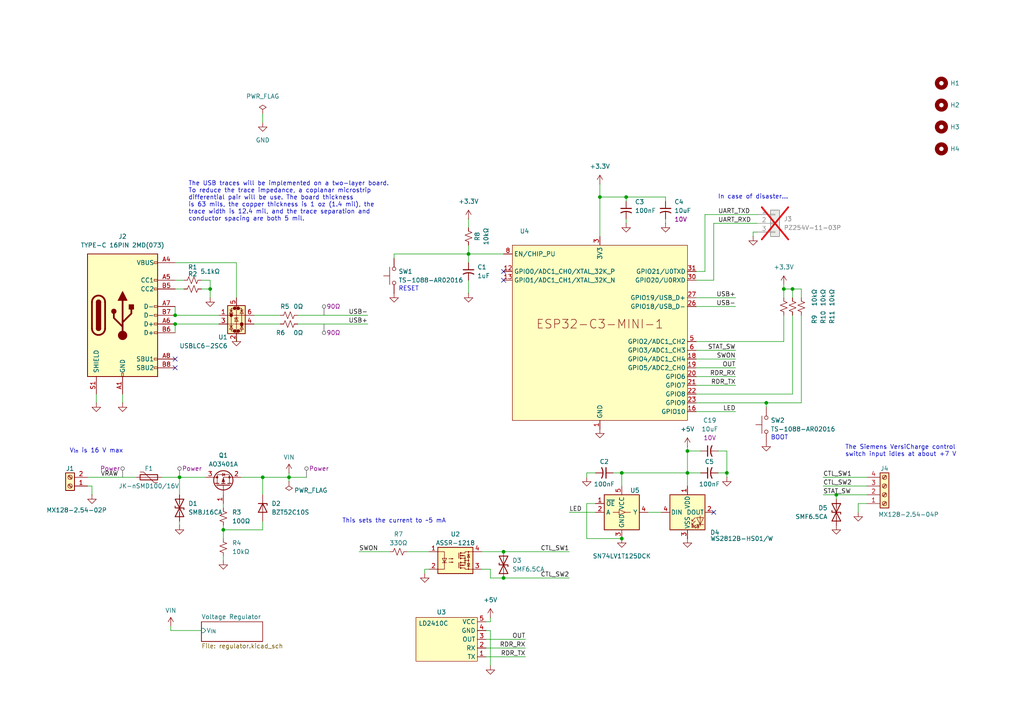
<source format=kicad_sch>
(kicad_sch (version 20250114) (generator "eeschema") (generator_version "9.0")
  (paper "A4")
  (title_block (title "Motion Sensor/Charge Control") (rev "B"))
  (text "In case of disaster..." (at 218.44 57.15 0) (effects (font (size 1.27 1.27))))
  (text "This sets the current to ~5 mA" (at 114.3 151.13 0) (effects (font (size 1.27 1.27))))
  (text "BOOT" (at 223.52 127 0) (effects (font (size 1.27 1.27)) (justify left)))
  (text "V_{in} is 16 V max\n" (at 27.94 130.81 0) (effects (font (size 1.27 1.27))))
  (text "The Siemens VersiCharge control \nswitch input idles at about +7 V" (at 245.11 130.81 0) (effects (font (size 1.27 1.27)) (justify left)))
  (text "The USB traces will be implemented on a two-layer board.\nTo reduce the trace impedance, a coplanar microstrip\ndifferential pair will be use. The board thickness\nis 63 mils, the copper thickness is 1 oz (1.4 mil), the\ntrace width is 12.4 mil, and the trace separation and\nconductor spacing are both 5 mil." (at 54.61 58.42 0) (effects (font (size 1.27 1.27)) (justify left)))
  (text "RESET" (at 115.57 83.82 0) (effects (font (size 1.27 1.27)) (justify left)))
  (junction (at 50.8 93.98))
  (junction (at 180.34 137.16))
  (junction (at 146.05 167.64))
  (junction (at 229.87 83.82))
  (junction (at 76.2 138.43))
  (junction (at 227.33 83.82))
  (junction (at 60.96 83.82))
  (junction (at 181.61 57.15))
  (junction (at 83.82 138.43))
  (junction (at 173.99 57.15))
  (junction (at 64.77 153.67))
  (junction (at 146.05 160.02))
  (junction (at 52.07 138.43))
  (junction (at 222.25 116.84))
  (junction (at 135.89 73.66))
  (junction (at 50.8 91.44))
  (junction (at 199.39 137.16))
  (junction (at 199.39 130.81))
  (junction (at 210.82 137.16))
  (junction (at 180.34 156.21))
  (junction (at 242.57 143.51))
  (no_connect (at 207.01 148.59))
  (no_connect (at 146.05 78.74))
  (no_connect (at 146.05 81.28))
  (no_connect (at 50.8 106.68))
  (no_connect (at 50.8 104.14))
  (wire (pts (xy 201.93 109.22) (xy 213.36 109.22)))
  (wire (pts (xy 199.39 129.54) (xy 199.39 130.81)))
  (wire (pts (xy 146.05 160.02) (xy 165.1 160.02)))
  (wire (pts (xy 69.85 138.43) (xy 76.2 138.43)))
  (wire (pts (xy 170.18 137.16) (xy 170.18 138.43)))
  (wire (pts (xy 201.93 106.68) (xy 213.36 106.68)))
  (wire (pts (xy 172.72 137.16) (xy 170.18 137.16)))
  (wire (pts (xy 64.77 153.67) (xy 76.2 153.67)))
  (wire (pts (xy 64.77 161.29) (xy 64.77 162.56)))
  (wire (pts (xy 25.4 138.43) (xy 39.37 138.43)))
  (wire (pts (xy 201.93 104.14) (xy 213.36 104.14)))
  (wire (pts (xy 114.3 73.66) (xy 135.89 73.66)))
  (wire (pts (xy 193.04 57.15) (xy 193.04 58.42)))
  (wire (pts (xy 201.93 111.76) (xy 213.36 111.76)))
  (wire (pts (xy 135.89 73.66) (xy 135.89 76.2)))
  (wire (pts (xy 232.41 91.44) (xy 232.41 116.84)))
  (wire (pts (xy 165.1 148.59) (xy 172.72 148.59)))
  (wire (pts (xy 172.72 146.05) (xy 170.18 146.05)))
  (wire (pts (xy 251.46 146.05) (xy 248.92 146.05)))
  (wire (pts (xy 104.14 160.02) (xy 113.03 160.02)))
  (wire (pts (xy 46.99 138.43) (xy 52.07 138.43)))
  (wire (pts (xy 222.25 116.84) (xy 222.25 118.11)))
  (wire (pts (xy 83.82 137.16) (xy 83.82 138.43)))
  (wire (pts (xy 199.39 137.16) (xy 203.2 137.16)))
  (wire (pts (xy 242.57 143.51) (xy 242.57 144.78)))
  (wire (pts (xy 35.56 114.3) (xy 35.56 116.84)))
  (wire (pts (xy 50.8 93.98) (xy 50.8 96.52)))
  (wire (pts (xy 76.2 153.67) (xy 76.2 151.13)))
  (wire (pts (xy 135.89 71.12) (xy 135.89 73.66)))
  (wire (pts (xy 64.77 146.05) (xy 64.77 147.32)))
  (wire (pts (xy 201.93 78.74) (xy 204.47 78.74)))
  (wire (pts (xy 229.87 91.44) (xy 229.87 114.3)))
  (wire (pts (xy 52.07 151.13) (xy 52.07 152.4)))
  (wire (pts (xy 204.47 78.74) (xy 204.47 62.23)))
  (wire (pts (xy 199.39 130.81) (xy 203.2 130.81)))
  (wire (pts (xy 227.33 91.44) (xy 227.33 99.06)))
  (wire (pts (xy 114.3 74.93) (xy 114.3 73.66)))
  (wire (pts (xy 52.07 138.43) (xy 59.69 138.43)))
  (wire (pts (xy 173.99 57.15) (xy 173.99 68.58)))
  (wire (pts (xy 248.92 146.05) (xy 248.92 148.59)))
  (wire (pts (xy 201.93 116.84) (xy 222.25 116.84)))
  (wire (pts (xy 68.58 86.36) (xy 68.58 76.2)))
  (wire (pts (xy 229.87 83.82) (xy 232.41 83.82)))
  (wire (pts (xy 76.2 143.51) (xy 76.2 138.43)))
  (wire (pts (xy 181.61 57.15) (xy 173.99 57.15)))
  (wire (pts (xy 210.82 137.16) (xy 210.82 138.43)))
  (wire (pts (xy 201.93 101.6) (xy 213.36 101.6)))
  (wire (pts (xy 227.33 83.82) (xy 227.33 86.36)))
  (wire (pts (xy 124.46 165.1) (xy 123.19 165.1)))
  (wire (pts (xy 177.8 137.16) (xy 180.34 137.16)))
  (wire (pts (xy 146.05 167.64) (xy 165.1 167.64)))
  (wire (pts (xy 180.34 137.16) (xy 199.39 137.16)))
  (wire (pts (xy 49.53 182.88) (xy 49.53 181.61)))
  (wire (pts (xy 73.66 93.98) (xy 81.28 93.98)))
  (wire (pts (xy 193.04 63.5) (xy 193.04 64.77)))
  (wire (pts (xy 201.93 114.3) (xy 229.87 114.3)))
  (wire (pts (xy 208.28 137.16) (xy 210.82 137.16)))
  (wire (pts (xy 229.87 83.82) (xy 229.87 86.36)))
  (wire (pts (xy 219.71 64.77) (xy 207.01 64.77)))
  (wire (pts (xy 58.42 83.82) (xy 60.96 83.82)))
  (wire (pts (xy 60.96 86.36) (xy 60.96 83.82)))
  (wire (pts (xy 50.8 83.82) (xy 53.34 83.82)))
  (wire (pts (xy 201.93 119.38) (xy 213.36 119.38)))
  (wire (pts (xy 50.8 81.28) (xy 53.34 81.28)))
  (wire (pts (xy 86.36 91.44) (xy 106.68 91.44)))
  (wire (pts (xy 27.94 116.84) (xy 27.94 114.3)))
  (wire (pts (xy 222.25 116.84) (xy 232.41 116.84)))
  (wire (pts (xy 83.82 138.43) (xy 76.2 138.43)))
  (wire (pts (xy 187.96 148.59) (xy 191.77 148.59)))
  (wire (pts (xy 238.76 138.43) (xy 251.46 138.43)))
  (wire (pts (xy 199.39 130.81) (xy 199.39 137.16)))
  (wire (pts (xy 193.04 57.15) (xy 181.61 57.15)))
  (wire (pts (xy 135.89 63.5) (xy 135.89 66.04)))
  (wire (pts (xy 199.39 137.16) (xy 199.39 140.97)))
  (wire (pts (xy 60.96 81.28) (xy 60.96 83.82)))
  (wire (pts (xy 227.33 82.55) (xy 227.33 83.82)))
  (wire (pts (xy 86.36 93.98) (xy 106.68 93.98)))
  (wire (pts (xy 208.28 130.81) (xy 210.82 130.81)))
  (wire (pts (xy 50.8 91.44) (xy 63.5 91.44)))
  (wire (pts (xy 232.41 83.82) (xy 232.41 86.36)))
  (wire (pts (xy 139.7 165.1) (xy 142.24 165.1)))
  (wire (pts (xy 83.82 138.43) (xy 88.9 138.43)))
  (wire (pts (xy 140.97 185.42) (xy 152.4 185.42)))
  (wire (pts (xy 142.24 165.1) (xy 142.24 167.64)))
  (wire (pts (xy 50.8 93.98) (xy 63.5 93.98)))
  (wire (pts (xy 25.4 140.97) (xy 26.67 140.97)))
  (wire (pts (xy 142.24 180.34) (xy 142.24 179.07)))
  (wire (pts (xy 68.58 99.06) (xy 68.58 97.79)))
  (wire (pts (xy 64.77 153.67) (xy 64.77 156.21)))
  (wire (pts (xy 142.24 167.64) (xy 146.05 167.64)))
  (wire (pts (xy 201.93 99.06) (xy 227.33 99.06)))
  (wire (pts (xy 180.34 140.97) (xy 180.34 137.16)))
  (wire (pts (xy 73.66 91.44) (xy 81.28 91.44)))
  (wire (pts (xy 238.76 140.97) (xy 251.46 140.97)))
  (wire (pts (xy 219.71 67.31) (xy 218.44 67.31)))
  (wire (pts (xy 210.82 130.81) (xy 210.82 137.16)))
  (wire (pts (xy 181.61 57.15) (xy 181.61 58.42)))
  (wire (pts (xy 49.53 182.88) (xy 58.42 182.88)))
  (wire (pts (xy 170.18 156.21) (xy 180.34 156.21)))
  (wire (pts (xy 218.44 67.31) (xy 218.44 68.58)))
  (wire (pts (xy 242.57 143.51) (xy 251.46 143.51)))
  (wire (pts (xy 118.11 160.02) (xy 124.46 160.02)))
  (wire (pts (xy 238.76 143.51) (xy 242.57 143.51)))
  (wire (pts (xy 142.24 182.88) (xy 142.24 193.04)))
  (wire (pts (xy 181.61 63.5) (xy 181.61 64.77)))
  (wire (pts (xy 64.77 152.4) (xy 64.77 153.67)))
  (wire (pts (xy 170.18 146.05) (xy 170.18 156.21)))
  (wire (pts (xy 135.89 81.28) (xy 135.89 85.09)))
  (wire (pts (xy 26.67 140.97) (xy 26.67 143.51)))
  (wire (pts (xy 227.33 83.82) (xy 229.87 83.82)))
  (wire (pts (xy 52.07 138.43) (xy 52.07 143.51)))
  (wire (pts (xy 139.7 160.02) (xy 146.05 160.02)))
  (wire (pts (xy 140.97 180.34) (xy 142.24 180.34)))
  (wire (pts (xy 140.97 190.5) (xy 152.4 190.5)))
  (wire (pts (xy 58.42 81.28) (xy 60.96 81.28)))
  (wire (pts (xy 207.01 64.77) (xy 207.01 81.28)))
  (wire (pts (xy 207.01 81.28) (xy 201.93 81.28)))
  (wire (pts (xy 135.89 73.66) (xy 146.05 73.66)))
  (wire (pts (xy 201.93 86.36) (xy 213.36 86.36)))
  (wire (pts (xy 140.97 182.88) (xy 142.24 182.88)))
  (wire (pts (xy 123.19 165.1) (xy 123.19 166.37)))
  (wire (pts (xy 201.93 88.9) (xy 213.36 88.9)))
  (wire (pts (xy 83.82 139.7) (xy 83.82 138.43)))
  (wire (pts (xy 140.97 187.96) (xy 152.4 187.96)))
  (wire (pts (xy 173.99 53.34) (xy 173.99 57.15)))
  (wire (pts (xy 204.47 62.23) (xy 219.71 62.23)))
  (wire (pts (xy 68.58 76.2) (xy 50.8 76.2)))
  (wire (pts (xy 50.8 88.9) (xy 50.8 91.44)))
  (wire (pts (xy 76.2 33.02) (xy 76.2 35.56)))
  (label "VRAW" (at 29.21 138.43 0))
  (label "USB-" (at 213.36 88.9 180))
  (label "USB-" (at 106.68 91.44 180))
  (label "CTL_SW2" (at 165.1 167.64 180))
  (label "CTL_SW1" (at 165.1 160.02 180))
  (label "STAT_SW" (at 238.76 143.51 0))
  (label "RDR_TX" (at 152.4 190.5 180))
  (label "RDR_RX" (at 152.4 187.96 180))
  (label "SWON" (at 213.36 104.14 180))
  (label "STAT_SW" (at 213.36 101.6 180))
  (label "SWON" (at 104.14 160.02 0))
  (label "RDR_TX" (at 213.36 111.76 180))
  (label "LED" (at 165.1 148.59 0))
  (label "USB+" (at 213.36 86.36 180))
  (label "CTL_SW1" (at 238.76 138.43 0))
  (label "CTL_SW2" (at 238.76 140.97 0))
  (label "OUT" (at 152.4 185.42 180))
  (label "UART_TXD" (at 208.28 62.23 0))
  (label "UART_RXD" (at 208.28 64.77 0))
  (label "LED" (at 213.36 119.38 180))
  (label "RDR_RX" (at 213.36 109.22 180))
  (label "USB+" (at 106.68 93.98 180))
  (label "OUT" (at 213.36 106.68 180))
  (netclass_flag "" (length 2.54) (shape round) (at 93.98 93.98 180) (property "Netclass" "90Ω" (at 94.6785 96.52 0) (effects (justify left))))
  (netclass_flag "" (length 2.54) (shape round) (at 88.9 138.43 0) (property "Netclass" "Power" (at 89.5985 135.89 0) (effects (justify left))))
  (netclass_flag "" (length 2.54) (shape round) (at 52.07 138.43 0) (property "Netclass" "Power" (at 52.7685 135.89 0) (effects (justify left))))
  (netclass_flag "" (length 2.54) (shape round) (at 93.98 91.44 0) (property "Netclass" "90Ω" (at 94.6785 88.9 0) (effects (justify left))))
  (netclass_flag "" (length 2.54) (shape round) (at 35.56 138.43 0) (property "Netclass" "Power" (at 34.8615 135.89 0) (effects (justify right))))
  (symbol (lib_id "!Resistor-0603:5.1kΩ") (at 55.88 81.28 90) (unit 1)
    (property "Reference" "R1" (at 55.88 77.47 90))
    (property "Value" "5.1kΩ" (at 60.96 78.74 90))
    (property "Footprint" "Resistor_SMD:R_0603_1608Metric" (effects (hide yes)))
    (property "Datasheet" "https://www.lcsc.com/datasheet/lcsc_datasheet_2206010116_UNI-ROYAL-Uniroyal-Elec-0603WAF5101T5E_C23186.pdf" (effects (hide yes)))
    (property "Description" "5.1kΩ 100mW ±1% ±100ppm/℃" (effects (hide yes)))
    (property "Tolerance" "±1%" (effects (hide yes)))
    (property "Package" "603" (effects (hide yes)))
    (property "Power" "100mW" (effects (hide yes)))
    (property "Tempco" "±100ppm/℃" (effects (hide yes)))
    (property "JLCPCB PN" "C23186" (effects (hide yes)))
  )
  (symbol (lib_id "!Logic-Buffer:SN74LV1T125DCK") (at 180.34 148.59 0) (unit 1)
    (property "Reference" "U5" (at 184.15 142.24 0))
    (property "Value" "SN74LV1T125DCK" (at 180.34 161.29 0))
    (property "Footprint" "Package_TO_SOT_SMD:SOT-353_SC-70-5" (effects (hide yes)))
    (property "Datasheet" "https://www.ti.com/cn/lit/gpn/sn74lv1t125" (effects (hide yes)))
    (property "Description" "Single Power Supply, Single Buffer Gate with 3-State Output, CMOS Logic Level Shifter Level Shifter, SC70-5" (effects (hide yes)))
    (property "JLCPCB PN" "C75925" (effects (hide yes)))
    (property "FT Rotation Offset" "180" (effects (hide yes)))
  )
  (symbol (lib_id "power:GND") (at 123.19 166.37 0) (unit 1)
    (property "Reference" "#PWR012" (effects (hide yes)))
    (property "Value" "GND" (effects (hide yes)))
    (property "Description" "Power symbol creates a global label with name \"GND\" , ground" (effects (hide yes)))
  )
  (symbol (lib_id "power:GND") (at 142.24 193.04 0) (unit 1)
    (property "Reference" "#PWR016" (effects (hide yes)))
    (property "Value" "GND" (effects (hide yes)))
    (property "Description" "Power symbol creates a global label with name \"GND\" , ground" (effects (hide yes)))
  )
  (symbol (lib_id "power:GND") (at 68.58 97.79 0) (unit 1)
    (property "Reference" "#PWR08" (effects (hide yes)))
    (property "Value" "GND" (effects (hide yes)))
    (property "Description" "Power symbol creates a global label with name \"GND\" , ground" (effects (hide yes)))
  )
  (symbol (lib_id "power:GND") (at 27.94 116.84 0) (unit 1)
    (property "Reference" "#PWR01" (effects (hide yes)))
    (property "Value" "GND" (effects (hide yes)))
    (property "Description" "Power symbol creates a global label with name \"GND\" , ground" (effects (hide yes)))
  )
  (symbol (lib_id "!Resistor-0603:5.1kΩ") (at 55.88 83.82 90) (unit 1)
    (property "Reference" "R2" (at 55.88 78.74 90) (effects (justify bottom)))
    (property "Value" "5.1kΩ" (effects (hide yes)))
    (property "Footprint" "Resistor_SMD:R_0603_1608Metric" (effects (hide yes)))
    (property "Datasheet" "https://www.lcsc.com/datasheet/lcsc_datasheet_2206010116_UNI-ROYAL-Uniroyal-Elec-0603WAF5101T5E_C23186.pdf" (effects (hide yes)))
    (property "Description" "5.1kΩ 100mW ±1% ±100ppm/℃" (effects (hide yes)))
    (property "Tolerance" "±1%" (effects (hide yes)))
    (property "Package" "603" (effects (hide yes)))
    (property "Power" "100mW" (effects (hide yes)))
    (property "Tempco" "±100ppm/℃" (effects (hide yes)))
    (property "JLCPCB PN" "C23186" (effects (hide yes)))
  )
  (symbol (lib_id "!Resistor-0603:10kΩ") (at 227.33 88.9 0) (unit 1)
    (property "Reference" "R9" (at 236.22 93.98 90) (effects (justify left)))
    (property "Value" "10kΩ" (at 236.22 88.9 90) (effects (justify left)))
    (property "Footprint" "Resistor_SMD:R_0603_1608Metric" (effects (hide yes)))
    (property "Datasheet" "https://www.lcsc.com/datasheet/lcsc_datasheet_2206010045_UNI-ROYAL-Uniroyal-Elec-0603WAF1002T5E_C25804.pdf" (effects (hide yes)))
    (property "Description" "10kΩ 100mW ±1% ±100ppm/℃" (effects (hide yes)))
    (property "Tolerance" "±1%" (effects (hide yes)))
    (property "Package" "603" (effects (hide yes)))
    (property "Power" "100mW" (effects (hide yes)))
    (property "Tempco" "±100ppm/℃" (effects (hide yes)))
    (property "JLCPCB PN" "C25804" (effects (hide yes)))
  )
  (symbol (lib_id "power:GND") (at 76.2 35.56 0) (unit 1)
    (property "Reference" "#PWR09" (effects (hide yes)))
    (property "Value" "GND" (at 76.2 40.64 0))
    (property "Description" "Power symbol creates a global label with name \"GND\" , ground" (effects (hide yes)))
  )
  (symbol (lib_id "power:GND") (at 35.56 116.84 0) (unit 1)
    (property "Reference" "#PWR03" (effects (hide yes)))
    (property "Value" "GND" (effects (hide yes)))
    (property "Description" "Power symbol creates a global label with name \"GND\" , ground" (effects (hide yes)))
  )
  (symbol (lib_id "!Capacitor-0603:100nF_X7R_50V") (at 181.61 60.96 0) (unit 1)
    (property "Reference" "C3" (at 184.15 58.5469 0) (effects (justify left)))
    (property "Value" "100nF" (at 184.15 61.0869 0) (effects (justify left)))
    (property "Footprint" "Capacitor_SMD:C_0603_1608Metric" (effects (hide yes)))
    (property "Datasheet" "https://www.lcsc.com/datasheet/lcsc_datasheet_2211101700_YAGEO-CC0603KRX7R9BB104_C14663.pdf" (effects (hide yes)))
    (property "Description" "100nF 50V X7R ±10%" (effects (hide yes)))
    (property "Tempco" "X7R" (effects (hide yes)))
    (property "Voltage" "50V" (effects (hide yes)))
    (property "Package" "603" (effects (hide yes)))
    (property "Tolerance" "±10%" (effects (hide yes)))
    (property "JLCPCB PN" "C14663" (effects (hide yes)))
  )
  (symbol (lib_id "power:+5V") (at 142.24 179.07 0) (unit 1)
    (property "Reference" "#PWR015" (effects (hide yes)))
    (property "Value" "+5V" (at 142.24 173.99 0))
    (property "Description" "Power symbol creates a global label with name \"+5V\"" (effects (hide yes)))
  )
  (symbol (lib_id "power:GND") (at 173.99 124.46 0) (unit 1)
    (property "Reference" "#PWR019" (effects (hide yes)))
    (property "Value" "GND" (effects (hide yes)))
    (property "Description" "Power symbol creates a global label with name \"GND\" , ground" (effects (hide yes)))
  )
  (symbol (lib_id "Mechanical:MountingHole") (at 273.05 24.13 0) (unit 1) (in_bom no)
    (property "Reference" "H1" (at 275.59 24.1299 0) (effects (justify left)))
    (property "Value" "MountingHole" (effects (hide yes)))
    (property "Footprint" "MountingHole:MountingHole_3.2mm_M3" (effects (hide yes)))
    (property "Description" "Mounting Hole without connection" (effects (hide yes)))
  )
  (symbol (lib_id "power:+3.3V") (at 227.33 82.55 0) (unit 1)
    (property "Reference" "#PWR028" (effects (hide yes)))
    (property "Value" "+3.3V" (at 227.33 77.47 0))
    (property "Description" "Power symbol creates a global label with name \"+3.3V\"" (effects (hide yes)))
  )
  (symbol (lib_id "power:PWR_FLAG") (at 76.2 33.02 0) (unit 1)
    (property "Reference" "#FLG01" (effects (hide yes)))
    (property "Value" "PWR_FLAG" (at 76.2 27.94 0))
    (property "Description" "Special symbol for telling ERC where power comes from" (effects (hide yes)))
  )
  (symbol (lib_id "!Resistor-0603:10kΩ") (at 229.87 88.9 0) (unit 1)
    (property "Reference" "R10" (at 238.76 93.98 90) (effects (justify left)))
    (property "Value" "10kΩ" (at 238.76 88.9 90) (effects (justify left)))
    (property "Footprint" "Resistor_SMD:R_0603_1608Metric" (effects (hide yes)))
    (property "Datasheet" "https://www.lcsc.com/datasheet/lcsc_datasheet_2206010045_UNI-ROYAL-Uniroyal-Elec-0603WAF1002T5E_C25804.pdf" (effects (hide yes)))
    (property "Description" "10kΩ 100mW ±1% ±100ppm/℃" (effects (hide yes)))
    (property "Tolerance" "±1%" (effects (hide yes)))
    (property "Package" "603" (effects (hide yes)))
    (property "Power" "100mW" (effects (hide yes)))
    (property "Tempco" "±100ppm/℃" (effects (hide yes)))
    (property "JLCPCB PN" "C25804" (effects (hide yes)))
  )
  (symbol (lib_id "!Resistor-0603:100Ω") (at 64.77 149.86 0) (unit 1)
    (property "Reference" "R3" (at 67.31 148.5899 0) (effects (justify left)))
    (property "Value" "100Ω" (at 67.31 151.1299 0) (effects (justify left)))
    (property "Footprint" "Resistor_SMD:R_0603_1608Metric" (effects (hide yes)))
    (property "Datasheet" "https://www.lcsc.com/datasheet/lcsc_datasheet_2411221126_UNI-ROYAL-Uniroyal-Elec-0603WAF1000T5E_C22775.pdf" (effects (hide yes)))
    (property "Description" "100Ω 100mW ±1% ±200ppm/℃" (effects (hide yes)))
    (property "Tolerance" "±1%" (effects (hide yes)))
    (property "Package" "603" (effects (hide yes)))
    (property "Power" "100mW" (effects (hide yes)))
    (property "Tempco" "±200ppm/℃" (effects (hide yes)))
    (property "JLCPCB PN" "C22775" (effects (hide yes)))
  )
  (symbol (lib_id "!Diode-Zener:BZT52C10S") (at 76.2 147.32 270) (unit 1)
    (property "Reference" "D2" (at 78.74 146.0499 90) (effects (justify left)))
    (property "Value" "BZT52C10S" (at 78.74 148.5899 90) (effects (justify left)))
    (property "Footprint" "Diode_SMD:D_SOD-323" (effects (hide yes)))
    (property "Datasheet" "https://jlcpcb.com/api/file/downloadByFileSystemAccessId/8564879660548329472" (effects (hide yes)))
    (property "Description" "10V 150Ω 200mW 200nA@7.0V 20Ω 9.4V~10.6V" (effects (hide yes)))
    (property "JLCPCB PN" "C19077446" (effects (hide yes)))
  )
  (symbol (lib_id "power:GND") (at 170.18 138.43 0) (unit 1)
    (property "Reference" "#PWR017" (effects (hide yes)))
    (property "Value" "GND" (effects (hide yes)))
    (property "Description" "Power symbol creates a global label with name \"GND\" , ground" (effects (hide yes)))
  )
  (symbol (lib_id "!Resistor-0603:0Ω") (at 83.82 93.98 90) (unit 1)
    (property "Reference" "R6" (at 80.01 96.52 90) (effects (justify right)))
    (property "Value" "0Ω" (at 85.09 96.52 90) (effects (justify right)))
    (property "Footprint" "Resistor_SMD:R_0603_1608Metric" (effects (hide yes)))
    (property "Datasheet" "https://www.lcsc.com/datasheet/lcsc_datasheet_2411221126_UNI-ROYAL-Uniroyal-Elec-0603WAF0000T5E_C21189.pdf" (effects (hide yes)))
    (property "Description" "0Ω" (effects (hide yes)))
    (property "Tolerance" "nan" (effects (hide yes)))
    (property "Package" "603" (effects (hide yes)))
    (property "Power" "nan" (effects (hide yes)))
    (property "Tempco" "nan" (effects (hide yes)))
    (property "JLCPCB PN" "C21189" (effects (hide yes)))
  )
  (symbol (lib_id "!Capacitor-0603:10uF_X5R_10V") (at 205.74 130.81 90) (unit 1)
    (property "Reference" "C19" (at 205.867 121.92 90))
    (property "Value" "10uF" (at 205.867 124.46 90))
    (property "Footprint" "Capacitor_SMD:C_0603_1608Metric" (effects (hide yes)))
    (property "Datasheet" "https://www.lcsc.com/datasheet/lcsc_datasheet_2304140030_Samsung-Electro-Mechanics-CL10A106KP8NNNC_C19702.pdf" (effects (hide yes)))
    (property "Description" "10uF 10V X5R ±10%" (effects (hide yes)))
    (property "Tempco" "X5R" (effects (hide yes)))
    (property "Voltage" "10V" (at 205.867 127 90))
    (property "Package" "603" (effects (hide yes)))
    (property "Tolerance" "±10%" (effects (hide yes)))
    (property "JLCPCB PN" "C19702" (effects (hide yes)))
  )
  (symbol (lib_id "power:+5V") (at 199.39 129.54 0) (unit 1)
    (property "Reference" "#PWR023" (effects (hide yes)))
    (property "Value" "+5V" (at 199.39 124.46 0))
    (property "Description" "Power symbol creates a global label with name \"+5V\"" (effects (hide yes)))
  )
  (symbol (lib_id "power:+5V") (at 83.82 137.16 0) (unit 1)
    (property "Reference" "#PWR010" (effects (hide yes)))
    (property "Value" "VIN" (at 83.82 133.35 0) (effects (justify bottom)))
    (property "Description" "Power symbol creates a global label with name \"+5V\"" (effects (hide yes)))
  )
  (symbol (lib_id "!Connectors-Header:PZ254V-11-03P") (at 224.79 64.77 0) (unit 1) (dnp yes)
    (property "Reference" "J3" (at 227.33 63.4999 0) (effects (justify left)))
    (property "Value" "PZ254V-11-03P" (at 227.33 66.0399 0) (effects (justify left)))
    (property "Footprint" "Connector_PinHeader_2.54mm:PinHeader_1x03_P2.54mm_Vertical" (effects (hide yes)))
    (property "Datasheet" "https://jlcpcb.com/api/file/downloadByFileSystemAccessId/8588954567287443456" (effects (hide yes)))
    (property "Description" "Connector Header Through Hole 3 position 0.100\" (2.54mm)" (effects (hide yes)))
    (property "JLCPCB PN" "C2937625" (effects (hide yes)))
  )
  (symbol (lib_id "!Optoelectronics-LED:WS2812B-HS01/W") (at 199.39 148.59 0) (unit 1)
    (property "Reference" "D4" (at 205.994 154.432 0) (effects (justify left)))
    (property "Value" "WS2812B-HS01/W" (at 205.994 156.21 0) (effects (justify left)))
    (property "Footprint" "LED_SMD:LED_WS2812B_PLCC4_5.0x5.0mm_P3.2mm" (effects (hide yes)))
    (property "Datasheet" "https://cdn-shop.adafruit.com/datasheets/WS2812B.pdf" (effects (hide yes)))
    (property "Description" "RGB LED with integrated controller" (effects (hide yes)))
    (property "JLCPCB PN" "C22371521" (effects (hide yes)))
  )
  (symbol (lib_id "!RF Modules:ESP32-C3-MINI-1") (at 173.99 96.52 0) (unit 1)
    (property "Reference" "U4" (at 152.146 67.056 0))
    (property "Value" "ESP32-C3-MINI-1-N4" (at -447.04 43.18 0))
    (property "Footprint" "!RF_Modules:ESP32-C6-MINI-1" (effects (hide yes)))
    (property "Datasheet" "https://jlcpcb.com/api/file/downloadByFileSystemAccessId/8588918794908028928" (effects (hide yes)))
    (property "Description" "ESP32 RF Module" (effects (hide yes)))
    (property "JLCPCB PN" "C2838502" (effects (hide yes)))
  )
  (symbol (lib_id "!MOSFET:AO3401A") (at 64.77 140.97 90) (unit 1)
    (property "Reference" "Q1" (at 64.77 132.08 90))
    (property "Value" "AO3401A" (at 64.77 134.62 90))
    (property "Footprint" "Package_TO_SOT_SMD:TSOT-23" (effects (hide yes)))
    (property "Datasheet" "https://jlcpcb.com/api/file/downloadByFileSystemAccessId/8553305450243108864" (effects (hide yes)))
    (property "Description" "P-Channel 30V 4A 1.4W 85mΩ@2.5V SOT-23 MOSFET" (effects (hide yes)))
    (property "JLCPCB PN" "C15127" (effects (hide yes)))
  )
  (symbol (lib_id "!Circuit Protection-ESD+TVS:SMF6.5CA") (at 242.57 148.59 90) (unit 1)
    (property "Reference" "D5" (at 240.03 147.3199 90) (effects (justify left)))
    (property "Value" "SMF6.5CA" (at 240.03 149.8599 90) (effects (justify left)))
    (property "Footprint" "Diode_SMD:D_SOD-123F" (effects (hide yes)))
    (property "Datasheet" "https://jlcpcb.com/api/file/downloadByFileSystemAccessId/8564880890074451968" (effects (hide yes)))
    (property "Description" "TVS 17.9 A 6.5 VSO, 7.22-7.98 VBD" (effects (hide yes)))
    (property "JLCPCB PN" "C19077501" (effects (hide yes)))
  )
  (symbol (lib_id "power:GND") (at 222.25 128.27 0) (unit 1)
    (property "Reference" "#PWR027" (effects (hide yes)))
    (property "Value" "GND" (effects (hide yes)))
    (property "Description" "Power symbol creates a global label with name \"GND\" , ground" (effects (hide yes)))
  )
  (symbol (lib_id "power:GND") (at 135.89 85.09 0) (unit 1)
    (property "Reference" "#PWR014" (effects (hide yes)))
    (property "Value" "GND" (effects (hide yes)))
    (property "Description" "Power symbol creates a global label with name \"GND\" , ground" (effects (hide yes)))
  )
  (symbol (lib_id "!Circuit Protection-ESD+TVS:SMF6.5CA") (at 146.05 163.83 90) (unit 1)
    (property "Reference" "D3" (at 148.59 162.5599 90) (effects (justify right)))
    (property "Value" "SMF6.5CA" (at 148.59 165.0999 90) (effects (justify right)))
    (property "Footprint" "Diode_SMD:D_SOD-123F" (effects (hide yes)))
    (property "Datasheet" "https://jlcpcb.com/api/file/downloadByFileSystemAccessId/8564880890074451968" (effects (hide yes)))
    (property "Description" "TVS 17.9 A 6.5 VSO, 7.22-7.98 VBD" (effects (hide yes)))
    (property "JLCPCB PN" "C19077501" (effects (hide yes)))
  )
  (symbol (lib_id "power:PWR_FLAG") (at 83.82 139.7 0) (mirror x) (unit 1)
    (property "Reference" "#FLG02" (effects (hide yes)))
    (property "Value" "PWR_FLAG" (at 90.17 142.24 0))
    (property "Description" "Special symbol for telling ERC where power comes from" (effects (hide yes)))
  )
  (symbol (lib_id "!Switch:TS-1088-AR02016") (at 114.3 80.01 90) (unit 1)
    (property "Reference" "SW1" (at 115.57 78.7399 90) (effects (justify right)))
    (property "Value" "TS-1088-AR02016" (at 115.57 81.2799 90) (effects (justify right)))
    (property "Footprint" "!Switches:SW_TS-1088-xx020xx_XUNPU" (effects (hide yes)))
    (property "Datasheet" "https://jlcpcb.com/api/file/downloadByFileSystemAccessId/8588886944068096000" (effects (hide yes)))
    (property "Description" "Tactile push button" (effects (hide yes)))
    (property "JLCPCB PN" "C720477" (effects (hide yes)))
  )
  (symbol (lib_id "!Circuit Protection-ESD+TVS:SMBJ16CA") (at 52.07 147.32 90) (unit 1)
    (property "Reference" "D1" (at 54.61 146.0499 90) (effects (justify right)))
    (property "Value" "SMBJ16CA" (at 54.61 148.5899 90) (effects (justify right)))
    (property "Footprint" "Diode_SMD:D_SMB" (effects (hide yes)))
    (property "Datasheet" "https://jlcpcb.com/api/file/downloadByFileSystemAccessId/8609171504487809024" (effects (hide yes)))
    (property "Description" "TVS 1A 20.5 VSO, 22.8-25.2 VBD" (effects (hide yes)))
    (property "JLCPCB PN" "C113990" (effects (hide yes)))
  )
  (symbol (lib_id "!Capacitor-0603:100nF_X7R_50V") (at 205.74 137.16 90) (unit 1)
    (property "Reference" "C5" (at 205.74 134.62 90) (effects (justify top)))
    (property "Value" "100nF" (at 205.74 139.7 90) (effects (justify bottom)))
    (property "Footprint" "Capacitor_SMD:C_0603_1608Metric" (effects (hide yes)))
    (property "Datasheet" "https://www.lcsc.com/datasheet/lcsc_datasheet_2211101700_YAGEO-CC0603KRX7R9BB104_C14663.pdf" (effects (hide yes)))
    (property "Description" "100nF 50V X7R ±10%" (effects (hide yes)))
    (property "Tempco" "X7R" (effects (hide yes)))
    (property "Voltage" "50V" (effects (hide yes)))
    (property "Package" "603" (effects (hide yes)))
    (property "Tolerance" "±10%" (effects (hide yes)))
    (property "JLCPCB PN" "C14663" (effects (hide yes)))
  )
  (symbol (lib_id "power:GND") (at 193.04 64.77 0) (unit 1)
    (property "Reference" "#PWR022" (effects (hide yes)))
    (property "Value" "GND" (effects (hide yes)))
    (property "Description" "Power symbol creates a global label with name \"GND\" , ground" (effects (hide yes)))
  )
  (symbol (lib_id "power:GND") (at 180.34 156.21 0) (unit 1)
    (property "Reference" "#PWR020" (effects (hide yes)))
    (property "Value" "GND" (effects (hide yes)))
    (property "Description" "Power symbol creates a global label with name \"GND\" , ground" (effects (hide yes)))
  )
  (symbol (lib_id "!Resistor-0603:0Ω") (at 83.82 91.44 90) (unit 1)
    (property "Reference" "R5" (at 81.28 88.9 90) (effects (justify right)))
    (property "Value" "0Ω" (at 85.09 88.9 90) (effects (justify right)))
    (property "Footprint" "Resistor_SMD:R_0603_1608Metric" (effects (hide yes)))
    (property "Datasheet" "https://www.lcsc.com/datasheet/lcsc_datasheet_2411221126_UNI-ROYAL-Uniroyal-Elec-0603WAF0000T5E_C21189.pdf" (effects (hide yes)))
    (property "Description" "0Ω" (effects (hide yes)))
    (property "Tolerance" "nan" (effects (hide yes)))
    (property "Package" "603" (effects (hide yes)))
    (property "Power" "nan" (effects (hide yes)))
    (property "Tempco" "nan" (effects (hide yes)))
    (property "JLCPCB PN" "C21189" (effects (hide yes)))
  )
  (symbol (lib_id "power:+3.3V") (at 135.89 63.5 0) (unit 1)
    (property "Reference" "#PWR013" (effects (hide yes)))
    (property "Value" "+3.3V" (at 135.89 58.42 0))
    (property "Description" "Power symbol creates a global label with name \"+3.3V\"" (effects (hide yes)))
  )
  (symbol (lib_id "power:GND") (at 64.77 162.56 0) (unit 1)
    (property "Reference" "#PWR07" (effects (hide yes)))
    (property "Value" "GND" (effects (hide yes)))
    (property "Description" "Power symbol creates a global label with name \"GND\" , ground" (effects (hide yes)))
  )
  (symbol (lib_id "!Capacitor-0603:10uF_X5R_10V") (at 193.04 60.96 0) (unit 1)
    (property "Reference" "C4" (at 195.58 58.5469 0) (effects (justify left)))
    (property "Value" "10uF" (at 195.58 61.0869 0) (effects (justify left)))
    (property "Footprint" "Capacitor_SMD:C_0603_1608Metric" (effects (hide yes)))
    (property "Datasheet" "https://www.lcsc.com/datasheet/lcsc_datasheet_2304140030_Samsung-Electro-Mechanics-CL10A106KP8NNNC_C19702.pdf" (effects (hide yes)))
    (property "Description" "10uF 10V X5R ±10%" (effects (hide yes)))
    (property "Tempco" "X5R" (effects (hide yes)))
    (property "Voltage" "10V" (at 195.58 63.6269 0) (effects (justify left)))
    (property "Package" "603" (effects (hide yes)))
    (property "Tolerance" "±10%" (effects (hide yes)))
    (property "JLCPCB PN" "C19702" (effects (hide yes)))
  )
  (symbol (lib_id "power:GND") (at 210.82 138.43 0) (unit 1)
    (property "Reference" "#PWR025" (effects (hide yes)))
    (property "Value" "GND" (effects (hide yes)))
    (property "Description" "Power symbol creates a global label with name \"GND\" , ground" (effects (hide yes)))
  )
  (symbol (lib_id "Mechanical:MountingHole") (at 273.05 30.48 0) (unit 1) (in_bom no)
    (property "Reference" "H2" (at 275.59 30.4799 0) (effects (justify left)))
    (property "Value" "MountingHole" (effects (hide yes)))
    (property "Footprint" "MountingHole:MountingHole_3.2mm_M3" (effects (hide yes)))
    (property "Description" "Mounting Hole without connection" (effects (hide yes)))
  )
  (symbol (lib_id "!Resistor-0603:10kΩ") (at 135.89 68.58 0) (unit 1)
    (property "Reference" "R8" (at 138.43 68.58 90))
    (property "Value" "10kΩ" (at 140.97 68.58 90))
    (property "Footprint" "Resistor_SMD:R_0603_1608Metric" (effects (hide yes)))
    (property "Datasheet" "https://www.lcsc.com/datasheet/lcsc_datasheet_2206010045_UNI-ROYAL-Uniroyal-Elec-0603WAF1002T5E_C25804.pdf" (effects (hide yes)))
    (property "Description" "10kΩ 100mW ±1% ±100ppm/℃" (effects (hide yes)))
    (property "Tolerance" "±1%" (effects (hide yes)))
    (property "Package" "603" (effects (hide yes)))
    (property "Power" "100mW" (effects (hide yes)))
    (property "Tempco" "±100ppm/℃" (effects (hide yes)))
    (property "JLCPCB PN" "C25804" (effects (hide yes)))
  )
  (symbol (lib_id "Mechanical:MountingHole") (at 273.05 43.18 0) (unit 1) (in_bom no)
    (property "Reference" "H4" (at 275.59 43.1799 0) (effects (justify left)))
    (property "Value" "MountingHole" (effects (hide yes)))
    (property "Footprint" "MountingHole:MountingHole_3.2mm_M3" (effects (hide yes)))
    (property "Description" "Mounting Hole without connection" (effects (hide yes)))
  )
  (symbol (lib_id "!Connectors-Screw:MX128-2.54-02P") (at 20.32 140.97 180) (unit 1)
    (property "Reference" "J1" (at 20.32 135.89 0))
    (property "Value" "MX128-2.54-02P" (at 22.225 147.955 0))
    (property "Footprint" "!Connectors:MX128-2.54-02P" (effects (hide yes)))
    (property "Datasheet" "https://jlcpcb.com/api/file/downloadByFileSystemAccessId/8604752379715997696" (effects (hide yes)))
    (property "Description" "Screw Term Block, 2 Pos, 2.54 mm" (effects (hide yes)))
    (property "JLCPCB PN" "C5188442" (effects (hide yes)))
    (property "FT Rotation Offset" "180" (effects (hide yes)))
  )
  (symbol (lib_id "power:GND") (at 242.57 152.4 0) (unit 1)
    (property "Reference" "#PWR029" (effects (hide yes)))
    (property "Value" "GND" (effects (hide yes)))
    (property "Description" "Power symbol creates a global label with name \"GND\" , ground" (effects (hide yes)))
  )
  (symbol (lib_id "power:GND") (at 114.3 85.09 0) (unit 1)
    (property "Reference" "#PWR011" (effects (hide yes)))
    (property "Value" "GND" (effects (hide yes)))
    (property "Description" "Power symbol creates a global label with name \"GND\" , ground" (effects (hide yes)))
  )
  (symbol (lib_id "!Circuit Protection-Resettable Fuse:JK-nSMD100/16V") (at 43.18 138.43 90) (mirror x) (unit 1)
    (property "Reference" "F1" (at 43.18 135.89 90))
    (property "Value" "JK-nSMD100/16V" (at 43.18 140.97 90))
    (property "Footprint" "Fuse:Fuse_1206_3216Metric" (effects (hide yes)))
    (property "Datasheet" "https://jlcpcb.com/api/file/downloadByFileSystemAccessId/8588919405304954880" (effects (hide yes)))
    (property "Description" "1.8A 100A 16V 1A 300ms 330mΩ 55mΩ 1206 Resettable Fuse" (effects (hide yes)))
    (property "JLCPCB PN" "C2830246" (effects (hide yes)))
  )
  (symbol (lib_id "power:GND") (at 248.92 148.59 0) (unit 1)
    (property "Reference" "#PWR030" (effects (hide yes)))
    (property "Value" "GND" (effects (hide yes)))
    (property "Description" "Power symbol creates a global label with name \"GND\" , ground" (effects (hide yes)))
  )
  (symbol (lib_id "!Optoisolator-SSR:ASSR-1218") (at 132.08 162.56 0) (unit 1)
    (property "Reference" "U2" (at 132.08 154.94 0))
    (property "Value" "ASSR-1218" (at 132.08 157.48 0))
    (property "Footprint" "Package_SO:SO-4_4.4x4.3mm_P2.54mm" (effects (hide yes)))
    (property "Datasheet" "https://jlcpcb.com/api/file/downloadByFileSystemAccessId/8603012360151969792" (effects (hide yes)))
    (property "Description" "Solid State SPST-NO (1 Form A) 4-SOP (0.173\", 4.40mm)" (effects (hide yes)))
    (property "JLCPCB PN" "C6747780" (effects (hide yes)))
    (property "FT Rotation Offset" "90" (effects (hide yes)))
  )
  (symbol (lib_id "power:GND") (at 52.07 152.4 0) (unit 1)
    (property "Reference" "#PWR05" (effects (hide yes)))
    (property "Value" "GND" (effects (hide yes)))
    (property "Description" "Power symbol creates a global label with name \"GND\" , ground" (effects (hide yes)))
  )
  (symbol (lib_id "Mechanical:MountingHole") (at 273.05 36.83 0) (unit 1) (in_bom no)
    (property "Reference" "H3" (at 275.59 36.8299 0) (effects (justify left)))
    (property "Value" "MountingHole" (effects (hide yes)))
    (property "Footprint" "MountingHole:MountingHole_3.2mm_M3" (effects (hide yes)))
    (property "Description" "Mounting Hole without connection" (effects (hide yes)))
  )
  (symbol (lib_id "!Switch:TS-1088-AR02016") (at 222.25 123.19 90) (unit 1)
    (property "Reference" "SW2" (at 223.52 121.9199 90) (effects (justify right)))
    (property "Value" "TS-1088-AR02016" (at 223.52 124.4599 90) (effects (justify right)))
    (property "Footprint" "!Switches:SW_TS-1088-xx020xx_XUNPU" (effects (hide yes)))
    (property "Datasheet" "https://jlcpcb.com/api/file/downloadByFileSystemAccessId/8588886944068096000" (effects (hide yes)))
    (property "Description" "Tactile push button" (effects (hide yes)))
    (property "JLCPCB PN" "C720477" (effects (hide yes)))
  )
  (symbol (lib_id "!Circuit Protection-ESD+TVS:USBLC6-2SC6") (at 68.58 91.44 0) (unit 1)
    (property "Reference" "U1" (at 66.04 97.79 0) (effects (justify right)))
    (property "Value" "USBLC6-2SC6" (at 66.04 100.33 0) (effects (justify right)))
    (property "Footprint" "Package_TO_SOT_SMD:SOT-23-6" (effects (hide yes)))
    (property "Datasheet" "https://www.st.com/resource/en/datasheet/usblc6-2.pdf" (effects (hide yes)))
    (property "Description" "Very low capacitance ESD protection diode, 2 data-line, SOT-23-6" (effects (hide yes)))
    (property "JLCPCB PN" "C7519" (effects (hide yes)))
    (property "FT Rotation Offset" "90" (effects (hide yes)))
  )
  (symbol (lib_id "power:GND") (at 218.44 68.58 0) (unit 1)
    (property "Reference" "#PWR026" (effects (hide yes)))
    (property "Value" "GND" (effects (hide yes)))
    (property "Description" "Power symbol creates a global label with name \"GND\" , ground" (effects (hide yes)))
  )
  (symbol (lib_id "!Capacitor-0603:1uF_X5R_50V") (at 135.89 78.74 0) (unit 1)
    (property "Reference" "C1" (at 138.43 77.47 0) (effects (justify left)))
    (property "Value" "1uF" (at 138.43 80.01 0) (effects (justify left)))
    (property "Footprint" "Capacitor_SMD:C_0603_1608Metric" (effects (hide yes)))
    (property "Datasheet" "https://www.lcsc.com/datasheet/lcsc_datasheet_2304140030_Samsung-Electro-Mechanics-CL10A105KB8NNNC_C15849.pdf" (effects (hide yes)))
    (property "Description" "1uF 50V X5R ±10%" (effects (hide yes)))
    (property "Tempco" "X5R" (effects (hide yes)))
    (property "Voltage" "50V" (effects (hide yes)))
    (property "Package" "603" (effects (hide yes)))
    (property "Tolerance" "±10%" (effects (hide yes)))
    (property "JLCPCB PN" "C15849" (effects (hide yes)))
  )
  (symbol (lib_id "!Sensors:LD2410C") (at 140.97 185.42 0) (unit 1)
    (property "Reference" "U3" (at 128.016 177.546 0))
    (property "Value" "LD2410C" (at 121.412 180.086 0) (effects (justify left top)))
    (property "Footprint" "!Sensors:LD2410C" (effects (hide yes)))
    (property "Datasheet" "https://jlcpcb.com/api/file/downloadByFileSystemAccessId/8590908674925801472" (effects (hide yes)))
    (property "Description" "Human Presence Motion Sensor" (effects (hide yes)))
    (property "JLCPCB PN" "C19723500" (effects (hide yes)))
  )
  (symbol (lib_id "power:GND") (at 199.39 156.21 0) (unit 1)
    (property "Reference" "#PWR024" (effects (hide yes)))
    (property "Value" "GND" (effects (hide yes)))
    (property "Description" "Power symbol creates a global label with name \"GND\" , ground" (effects (hide yes)))
  )
  (symbol (lib_id "!Resistor-0603:330Ω") (at 115.57 160.02 90) (unit 1)
    (property "Reference" "R7" (at 115.57 154.94 90))
    (property "Value" "330Ω" (at 115.57 157.48 90))
    (property "Footprint" "Resistor_SMD:R_0603_1608Metric" (effects (hide yes)))
    (property "Datasheet" "https://www.lcsc.com/datasheet/lcsc_datasheet_2206010116_UNI-ROYAL-Uniroyal-Elec-0603WAF3300T5E_C23138.pdf" (effects (hide yes)))
    (property "Description" "330Ω 100mW ±1% ±100ppm/℃" (effects (hide yes)))
    (property "Tolerance" "±1%" (effects (hide yes)))
    (property "Package" "603" (effects (hide yes)))
    (property "Power" "100mW" (effects (hide yes)))
    (property "Tempco" "±100ppm/℃" (effects (hide yes)))
    (property "JLCPCB PN" "C23138" (effects (hide yes)))
  )
  (symbol (lib_id "!Capacitor-0603:100nF_X7R_50V") (at 175.26 137.16 270) (mirror x) (unit 1)
    (property "Reference" "C2" (at 175.26 134.62 90) (effects (justify top)))
    (property "Value" "100nF" (at 175.26 139.7 90) (effects (justify bottom)))
    (property "Footprint" "Capacitor_SMD:C_0603_1608Metric" (effects (hide yes)))
    (property "Datasheet" "https://www.lcsc.com/datasheet/lcsc_datasheet_2211101700_YAGEO-CC0603KRX7R9BB104_C14663.pdf" (effects (hide yes)))
    (property "Description" "100nF 50V X7R ±10%" (effects (hide yes)))
    (property "Tempco" "X7R" (effects (hide yes)))
    (property "Voltage" "50V" (effects (hide yes)))
    (property "Package" "603" (effects (hide yes)))
    (property "Tolerance" "±10%" (effects (hide yes)))
    (property "JLCPCB PN" "C14663" (effects (hide yes)))
  )
  (symbol (lib_id "power:+5V") (at 49.53 181.61 0) (unit 1)
    (property "Reference" "#PWR04" (effects (hide yes)))
    (property "Value" "VIN" (at 49.53 177.8 0) (effects (justify bottom)))
    (property "Description" "Power symbol creates a global label with name \"+5V\"" (effects (hide yes)))
  )
  (symbol (lib_id "!Connectors-Screw:MX128-2.54-04P") (at 256.54 143.51 0) (mirror x) (unit 1)
    (property "Reference" "J4" (at 256.54 135.89 0))
    (property "Value" "MX128-2.54-04P" (at 263.525 149.225 0))
    (property "Footprint" "!Connectors:MX128-2.54-04P" (effects (hide yes)))
    (property "Datasheet" "https://jlcpcb.com/api/file/downloadByFileSystemAccessId/8604752386087010304" (effects (hide yes)))
    (property "Description" "Screw Term Block, 4 Pos, 2.54mm" (effects (hide yes)))
    (property "JLCPCB PN" "C5188444" (effects (hide yes)))
    (property "FT Rotation Offset" "180" (effects (hide yes)))
  )
  (symbol (lib_id "!Resistor-0603:10kΩ") (at 64.77 158.75 0) (unit 1)
    (property "Reference" "R4" (at 67.31 157.48 0) (effects (justify left)))
    (property "Value" "10kΩ" (at 67.31 160.02 0) (effects (justify left)))
    (property "Footprint" "Resistor_SMD:R_0603_1608Metric" (effects (hide yes)))
    (property "Datasheet" "https://www.lcsc.com/datasheet/lcsc_datasheet_2206010045_UNI-ROYAL-Uniroyal-Elec-0603WAF1002T5E_C25804.pdf" (effects (hide yes)))
    (property "Description" "10kΩ 100mW ±1% ±100ppm/℃" (effects (hide yes)))
    (property "Tolerance" "±1%" (effects (hide yes)))
    (property "Package" "603" (effects (hide yes)))
    (property "Power" "100mW" (effects (hide yes)))
    (property "Tempco" "±100ppm/℃" (effects (hide yes)))
    (property "JLCPCB PN" "C25804" (effects (hide yes)))
  )
  (symbol (lib_id "power:GND") (at 26.67 143.51 0) (unit 1)
    (property "Reference" "#PWR02" (effects (hide yes)))
    (property "Value" "GND" (effects (hide yes)))
    (property "Description" "Power symbol creates a global label with name \"GND\" , ground" (effects (hide yes)))
  )
  (symbol (lib_id "power:GND") (at 181.61 64.77 0) (unit 1)
    (property "Reference" "#PWR021" (effects (hide yes)))
    (property "Value" "GND" (effects (hide yes)))
    (property "Description" "Power symbol creates a global label with name \"GND\" , ground" (effects (hide yes)))
  )
  (symbol (lib_id "power:+3.3V") (at 173.99 53.34 0) (unit 1)
    (property "Reference" "#PWR018" (effects (hide yes)))
    (property "Value" "+3.3V" (at 173.99 48.26 0))
    (property "Description" "Power symbol creates a global label with name \"+3.3V\"" (effects (hide yes)))
  )
  (symbol (lib_id "power:GND") (at 60.96 86.36 0) (unit 1)
    (property "Reference" "#PWR06" (effects (hide yes)))
    (property "Value" "GND" (effects (hide yes)))
    (property "Description" "Power symbol creates a global label with name \"GND\" , ground" (effects (hide yes)))
  )
  (symbol (lib_id "!Connectors-USB:USB_C_Receptacle_USB2.0_16P") (at 35.56 91.44 0) (unit 1)
    (property "Reference" "J2" (at 35.56 68.58 0))
    (property "Value" "TYPE-C 16PIN 2MD(073)" (at 35.56 71.12 0))
    (property "Footprint" "Connector_USB:USB_C_Receptacle_GCT_USB4105-xx-A_16P_TopMnt_Horizontal" (effects (hide yes)))
    (property "Datasheet" "https://jlcpcb.com/api/file/downloadByFileSystemAccessId/8588920841703079936" (effects (hide yes)))
    (property "Description" "USB 2.0-only 16P Type-C Receptacle connector" (effects (hide yes)))
    (property "JLCPCB PN" "C2765186" (effects (hide yes)))
    (property "FT Origin" "Center" (effects (hide yes)))
  )
  (symbol (lib_id "!Resistor-0603:10kΩ") (at 232.41 88.9 0) (unit 1)
    (property "Reference" "R11" (at 241.3 93.98 90) (effects (justify left)))
    (property "Value" "10kΩ" (at 241.3 88.9 90) (effects (justify left)))
    (property "Footprint" "Resistor_SMD:R_0603_1608Metric" (effects (hide yes)))
    (property "Datasheet" "https://www.lcsc.com/datasheet/lcsc_datasheet_2206010045_UNI-ROYAL-Uniroyal-Elec-0603WAF1002T5E_C25804.pdf" (effects (hide yes)))
    (property "Description" "10kΩ 100mW ±1% ±100ppm/℃" (effects (hide yes)))
    (property "Tolerance" "±1%" (effects (hide yes)))
    (property "Package" "603" (effects (hide yes)))
    (property "Power" "100mW" (effects (hide yes)))
    (property "Tempco" "±100ppm/℃" (effects (hide yes)))
    (property "JLCPCB PN" "C25804" (effects (hide yes)))
  )
  (sheet (at 58.42 180.34) (size 17.78 5.715) (stroke (width 0.1524))
    (property "Sheetname" "Voltage Regulator" (at 58.42 179.6284 0) (effects (justify left bottom)))
    (property "Sheetfile" "regulator.kicad_sch" (at 58.42 186.6396 0) (effects (justify left top)))
    (pin "V_{IN}" input (at 58.42 182.88 180))
  )
)
</source>
